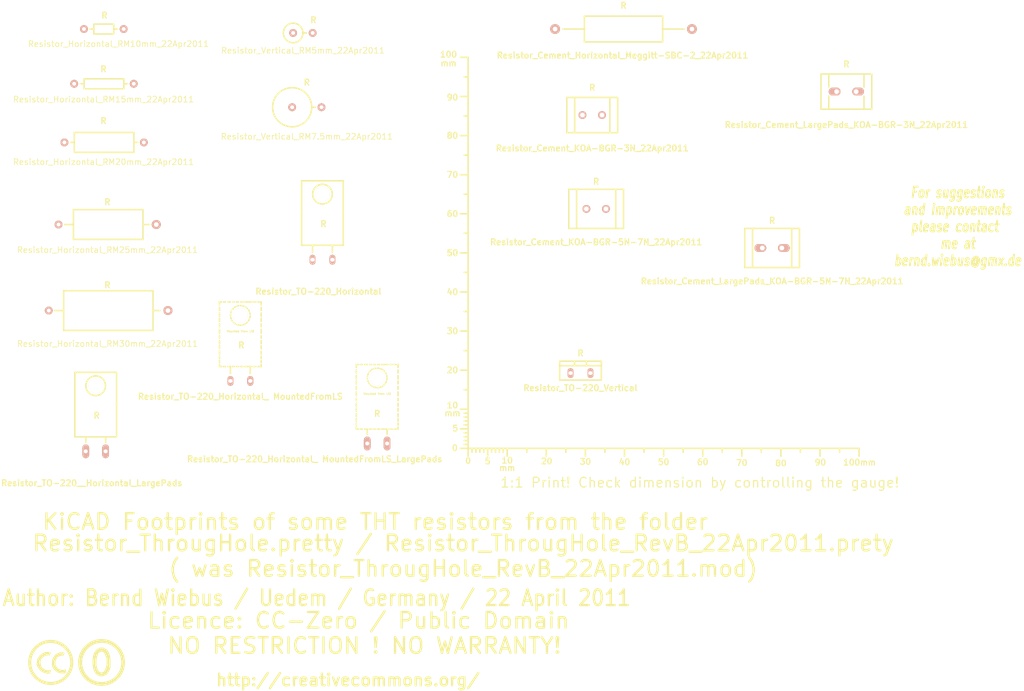
<source format=kicad_pcb>
(kicad_pcb (version 3) (host pcbnew "(2014-06-29 BZR 4957)-product")

  (general
    (links 0)
    (no_connects 0)
    (area -1.117818 18.72188 276.10494 195.4742)
    (thickness 1.6002)
    (drawings 8)
    (tracks 0)
    (zones 0)
    (modules 20)
    (nets 1)
  )

  (page A4)
  (layers
    (15 Vorderseite signal)
    (0 Rückseite signal)
    (16 B.Adhes user)
    (17 F.Adhes user)
    (18 B.Paste user)
    (19 F.Paste user)
    (20 B.SilkS user)
    (21 F.SilkS user)
    (22 B.Mask user)
    (23 F.Mask user)
    (24 Dwgs.User user)
    (25 Cmts.User user)
    (26 Eco1.User user)
    (27 Eco2.User user)
    (28 Edge.Cuts user)
  )

  (setup
    (last_trace_width 0.2032)
    (trace_clearance 0.254)
    (zone_clearance 0.508)
    (zone_45_only no)
    (trace_min 0.2032)
    (segment_width 0.381)
    (edge_width 0.381)
    (via_size 0.889)
    (via_drill 0.635)
    (via_min_size 0.889)
    (via_min_drill 0.508)
    (uvia_size 0.508)
    (uvia_drill 0.127)
    (uvias_allowed no)
    (uvia_min_size 0.508)
    (uvia_min_drill 0.127)
    (pcb_text_width 0.3048)
    (pcb_text_size 1.524 2.032)
    (mod_edge_width 0.381)
    (mod_text_size 1.524 1.524)
    (mod_text_width 0.3048)
    (pad_size 1.99898 1.99898)
    (pad_drill 1.00076)
    (pad_to_mask_clearance 0.254)
    (aux_axis_origin 0 0)
    (visible_elements 7FFFFFFF)
    (pcbplotparams
      (layerselection 3178497)
      (usegerberextensions true)
      (excludeedgelayer true)
      (linewidth 0.150000)
      (plotframeref false)
      (viasonmask false)
      (mode 1)
      (useauxorigin false)
      (hpglpennumber 1)
      (hpglpenspeed 20)
      (hpglpendiameter 15)
      (hpglpenoverlay 0)
      (psnegative false)
      (psa4output false)
      (plotreference true)
      (plotvalue true)
      (plotinvisibletext false)
      (padsonsilk false)
      (subtractmaskfromsilk false)
      (outputformat 1)
      (mirror false)
      (drillshape 1)
      (scaleselection 1)
      (outputdirectory ""))
  )

  (net 0 "")

  (net_class Default "Dies ist die voreingestellte Netzklasse."
    (clearance 0.254)
    (trace_width 0.2032)
    (via_dia 0.889)
    (via_drill 0.635)
    (uvia_dia 0.508)
    (uvia_drill 0.127)
  )

  (module Gauge_100mm_Type2_SilkScreenTop_RevA_Date22Jun2010 (layer Vorderseite) (tedit 51AE5268) (tstamp 4D88F07A)
    (at 134.25056 131.2494)
    (descr "Gauge, Massstab, 100mm, SilkScreenTop, Type 2,")
    (tags "Gauge, Massstab, 100mm, SilkScreenTop, Type 2,")
    (path Gauge_100mm_Type2_SilkScreenTop_RevA_Date22Jun2010)
    (fp_text reference MSC (at 4.0005 8.99922) (layer F.SilkS) hide
      (effects (font (thickness 0.3048)))
    )
    (fp_text value Gauge_100mm_Type2_SilkScreenTop_RevA_Date22Jun2010 (at 45.9994 8.99922) (layer F.SilkS) hide
      (effects (font (thickness 0.3048)))
    )
    (fp_text user mm (at 9.99998 5.00126) (layer F.SilkS)
      (effects (font (thickness 0.3048)))
    )
    (fp_text user mm (at -4.0005 -8.99922) (layer F.SilkS)
      (effects (font (thickness 0.3048)))
    )
    (fp_text user mm (at -5.00126 -98.5012) (layer F.SilkS)
      (effects (font (thickness 0.3048)))
    )
    (fp_text user 10 (at 10.00506 3.0988) (layer F.SilkS)
      (effects (font (size 1.50114 1.50114) (thickness 0.29972)))
    )
    (fp_text user 0 (at 0.00508 3.19786) (layer F.SilkS)
      (effects (font (size 1.39954 1.50114) (thickness 0.29972)))
    )
    (fp_text user 5 (at 5.0038 3.29946) (layer F.SilkS)
      (effects (font (size 1.50114 1.50114) (thickness 0.29972)))
    )
    (fp_text user 20 (at 20.1041 3.29946) (layer F.SilkS)
      (effects (font (size 1.50114 1.50114) (thickness 0.29972)))
    )
    (fp_text user 30 (at 30.00502 3.39852) (layer F.SilkS)
      (effects (font (size 1.50114 1.50114) (thickness 0.29972)))
    )
    (fp_text user 40 (at 40.005 3.50012) (layer F.SilkS)
      (effects (font (size 1.50114 1.50114) (thickness 0.29972)))
    )
    (fp_text user 50 (at 50.00498 3.50012) (layer F.SilkS)
      (effects (font (size 1.50114 1.50114) (thickness 0.29972)))
    )
    (fp_text user 60 (at 60.00496 3.50012) (layer F.SilkS)
      (effects (font (size 1.50114 1.50114) (thickness 0.29972)))
    )
    (fp_text user 70 (at 70.00494 3.70078) (layer F.SilkS)
      (effects (font (size 1.50114 1.50114) (thickness 0.29972)))
    )
    (fp_text user 80 (at 80.00492 3.79984) (layer F.SilkS)
      (effects (font (size 1.50114 1.50114) (thickness 0.29972)))
    )
    (fp_text user 90 (at 90.1065 3.60172) (layer F.SilkS)
      (effects (font (size 1.50114 1.50114) (thickness 0.29972)))
    )
    (fp_text user 100mm (at 100.10648 3.60172) (layer F.SilkS)
      (effects (font (size 1.50114 1.50114) (thickness 0.29972)))
    )
    (fp_line (start 0 -8.99922) (end -1.00076 -8.99922) (layer F.SilkS) (width 0.381))
    (fp_line (start 0 -8.001) (end -1.00076 -8.001) (layer F.SilkS) (width 0.381))
    (fp_line (start 0 -7.00024) (end -1.00076 -7.00024) (layer F.SilkS) (width 0.381))
    (fp_line (start 0 -5.99948) (end -1.00076 -5.99948) (layer F.SilkS) (width 0.381))
    (fp_line (start 0 -4.0005) (end -1.00076 -4.0005) (layer F.SilkS) (width 0.381))
    (fp_line (start 0 -2.99974) (end -1.00076 -2.99974) (layer F.SilkS) (width 0.381))
    (fp_line (start 0 -1.99898) (end -1.00076 -1.99898) (layer F.SilkS) (width 0.381))
    (fp_line (start 0 -1.00076) (end -1.00076 -1.00076) (layer F.SilkS) (width 0.381))
    (fp_line (start 0 0) (end -1.99898 0) (layer F.SilkS) (width 0.381))
    (fp_line (start 0 -5.00126) (end -1.99898 -5.00126) (layer F.SilkS) (width 0.381))
    (fp_line (start 0 -9.99998) (end -1.99898 -9.99998) (layer F.SilkS) (width 0.381))
    (fp_line (start 0 -15.00124) (end -1.00076 -15.00124) (layer F.SilkS) (width 0.381))
    (fp_line (start 0 -19.99996) (end -1.99898 -19.99996) (layer F.SilkS) (width 0.381))
    (fp_line (start 0 -25.00122) (end -1.00076 -25.00122) (layer F.SilkS) (width 0.381))
    (fp_line (start 0 -29.99994) (end -1.99898 -29.99994) (layer F.SilkS) (width 0.381))
    (fp_line (start 0 -35.0012) (end -1.00076 -35.0012) (layer F.SilkS) (width 0.381))
    (fp_line (start 0 -39.99992) (end -1.99898 -39.99992) (layer F.SilkS) (width 0.381))
    (fp_line (start 0 -45.00118) (end -1.00076 -45.00118) (layer F.SilkS) (width 0.381))
    (fp_line (start 0 -49.9999) (end -1.99898 -49.9999) (layer F.SilkS) (width 0.381))
    (fp_line (start 0 -55.00116) (end -1.00076 -55.00116) (layer F.SilkS) (width 0.381))
    (fp_line (start 0 -59.99988) (end -1.99898 -59.99988) (layer F.SilkS) (width 0.381))
    (fp_line (start 0 -65.00114) (end -1.00076 -65.00114) (layer F.SilkS) (width 0.381))
    (fp_line (start 0 -69.99986) (end -1.99898 -69.99986) (layer F.SilkS) (width 0.381))
    (fp_line (start 0 -75.00112) (end -1.00076 -75.00112) (layer F.SilkS) (width 0.381))
    (fp_line (start 0 -79.99984) (end -1.99898 -79.99984) (layer F.SilkS) (width 0.381))
    (fp_line (start 0 -85.0011) (end -1.00076 -85.0011) (layer F.SilkS) (width 0.381))
    (fp_line (start 0 -89.99982) (end -1.99898 -89.99982) (layer F.SilkS) (width 0.381))
    (fp_line (start 0 -95.00108) (end -1.00076 -95.00108) (layer F.SilkS) (width 0.381))
    (fp_line (start 0 0) (end 0 -99.9998) (layer F.SilkS) (width 0.381))
    (fp_line (start 0 -99.9998) (end -1.99898 -99.9998) (layer F.SilkS) (width 0.381))
    (fp_text user 100 (at -4.99872 -100.7491) (layer F.SilkS)
      (effects (font (size 1.50114 1.50114) (thickness 0.29972)))
    )
    (fp_text user 90 (at -4.0005 -89.7509) (layer F.SilkS)
      (effects (font (size 1.50114 1.50114) (thickness 0.29972)))
    )
    (fp_text user 80 (at -4.0005 -79.99984) (layer F.SilkS)
      (effects (font (size 1.50114 1.50114) (thickness 0.29972)))
    )
    (fp_text user 70 (at -4.0005 -69.99986) (layer F.SilkS)
      (effects (font (size 1.50114 1.50114) (thickness 0.29972)))
    )
    (fp_text user 60 (at -4.0005 -59.99988) (layer F.SilkS)
      (effects (font (size 1.50114 1.50114) (thickness 0.29972)))
    )
    (fp_text user 50 (at -4.0005 -49.9999) (layer F.SilkS)
      (effects (font (size 1.50114 1.50114) (thickness 0.34036)))
    )
    (fp_text user 40 (at -4.0005 -39.99992) (layer F.SilkS)
      (effects (font (size 1.50114 1.50114) (thickness 0.29972)))
    )
    (fp_text user 30 (at -4.0005 -29.99994) (layer F.SilkS)
      (effects (font (size 1.50114 1.50114) (thickness 0.29972)))
    )
    (fp_text user 20 (at -4.0005 -19.99996) (layer F.SilkS)
      (effects (font (size 1.50114 1.50114) (thickness 0.29972)))
    )
    (fp_line (start 95.00108 0) (end 95.00108 1.00076) (layer F.SilkS) (width 0.381))
    (fp_line (start 89.99982 0) (end 89.99982 1.99898) (layer F.SilkS) (width 0.381))
    (fp_line (start 85.0011 0) (end 85.0011 1.00076) (layer F.SilkS) (width 0.381))
    (fp_line (start 79.99984 0) (end 79.99984 1.99898) (layer F.SilkS) (width 0.381))
    (fp_line (start 75.00112 0) (end 75.00112 1.00076) (layer F.SilkS) (width 0.381))
    (fp_line (start 69.99986 0) (end 69.99986 1.99898) (layer F.SilkS) (width 0.381))
    (fp_line (start 65.00114 0) (end 65.00114 1.00076) (layer F.SilkS) (width 0.381))
    (fp_line (start 59.99988 0) (end 59.99988 1.99898) (layer F.SilkS) (width 0.381))
    (fp_line (start 55.00116 0) (end 55.00116 1.00076) (layer F.SilkS) (width 0.381))
    (fp_line (start 49.9999 0) (end 49.9999 1.99898) (layer F.SilkS) (width 0.381))
    (fp_line (start 45.00118 0) (end 45.00118 1.00076) (layer F.SilkS) (width 0.381))
    (fp_line (start 39.99992 0) (end 39.99992 1.99898) (layer F.SilkS) (width 0.381))
    (fp_line (start 35.0012 0) (end 35.0012 1.00076) (layer F.SilkS) (width 0.381))
    (fp_line (start 29.99994 0) (end 29.99994 1.99898) (layer F.SilkS) (width 0.381))
    (fp_line (start 25.00122 0) (end 25.00122 1.00076) (layer F.SilkS) (width 0.381))
    (fp_line (start 19.99996 0) (end 19.99996 1.99898) (layer F.SilkS) (width 0.381))
    (fp_line (start 15.00124 0) (end 15.00124 1.00076) (layer F.SilkS) (width 0.381))
    (fp_line (start 9.99998 0) (end 99.9998 0) (layer F.SilkS) (width 0.381))
    (fp_line (start 99.9998 0) (end 99.9998 1.99898) (layer F.SilkS) (width 0.381))
    (fp_text user 5 (at -3.302 -5.10286) (layer F.SilkS)
      (effects (font (size 1.50114 1.50114) (thickness 0.29972)))
    )
    (fp_text user 0 (at -3.4036 -0.10414) (layer F.SilkS)
      (effects (font (size 1.50114 1.50114) (thickness 0.29972)))
    )
    (fp_text user 10 (at -4.0005 -11.00074) (layer F.SilkS)
      (effects (font (size 1.50114 1.50114) (thickness 0.29972)))
    )
    (fp_line (start 8.99922 0) (end 8.99922 1.00076) (layer F.SilkS) (width 0.381))
    (fp_line (start 8.001 0) (end 8.001 1.00076) (layer F.SilkS) (width 0.381))
    (fp_line (start 7.00024 0) (end 7.00024 1.00076) (layer F.SilkS) (width 0.381))
    (fp_line (start 5.99948 0) (end 5.99948 1.00076) (layer F.SilkS) (width 0.381))
    (fp_line (start 4.0005 0) (end 4.0005 1.00076) (layer F.SilkS) (width 0.381))
    (fp_line (start 2.99974 0) (end 2.99974 1.00076) (layer F.SilkS) (width 0.381))
    (fp_line (start 1.99898 0) (end 1.99898 1.00076) (layer F.SilkS) (width 0.381))
    (fp_line (start 1.00076 0) (end 1.00076 1.00076) (layer F.SilkS) (width 0.381))
    (fp_line (start 5.00126 0) (end 5.00126 1.99898) (layer F.SilkS) (width 0.381))
    (fp_line (start 0 0) (end 0 1.99898) (layer F.SilkS) (width 0.381))
    (fp_line (start 0 0) (end 9.99998 0) (layer F.SilkS) (width 0.381))
    (fp_line (start 9.99998 0) (end 9.99998 1.99898) (layer F.SilkS) (width 0.381))
  )

  (module Symbol_CC-PublicDomain_SilkScreenTop_Big (layer Vorderseite) (tedit 515D641F) (tstamp 515F0B64)
    (at 40.5 186)
    (descr "Symbol, CC-PublicDomain, SilkScreen Top, Big,")
    (tags "Symbol, CC-PublicDomain, SilkScreen Top, Big,")
    (path Symbol_CC-Noncommercial_CopperTop_Big)
    (fp_text reference Sym (at 0.59944 -7.29996) (layer F.SilkS) hide
      (effects (font (thickness 0.3048)))
    )
    (fp_text value Symbol_CC-PublicDomain_SilkScreenTop_Big (at 0.59944 8.001) (layer F.SilkS) hide
      (effects (font (thickness 0.3048)))
    )
    (fp_circle (center 0 0) (end 5.8 -0.05) (layer F.SilkS) (width 0.381))
    (fp_circle (center 0 0) (end 5.5 0) (layer F.SilkS) (width 0.381))
    (fp_circle (center 0.05 0) (end 5.25 0) (layer F.SilkS) (width 0.381))
    (fp_line (start 1.1 -2.5) (end 1.4 -1.9) (layer F.SilkS) (width 0.381))
    (fp_line (start -1.8 1.2) (end -1.6 1.9) (layer F.SilkS) (width 0.381))
    (fp_line (start -1.6 1.9) (end -1.2 2.5) (layer F.SilkS) (width 0.381))
    (fp_line (start 0 -3) (end 0.75 -2.75) (layer F.SilkS) (width 0.381))
    (fp_line (start 0.75 -2.75) (end 1 -2.25) (layer F.SilkS) (width 0.381))
    (fp_line (start 1 -2.25) (end 1.5 -1) (layer F.SilkS) (width 0.381))
    (fp_line (start 1.5 -1) (end 1.5 -0.5) (layer F.SilkS) (width 0.381))
    (fp_line (start 1.5 -0.5) (end 1.5 0.5) (layer F.SilkS) (width 0.381))
    (fp_line (start 1.5 0.5) (end 1.25 1.5) (layer F.SilkS) (width 0.381))
    (fp_line (start 1.25 1.5) (end 0.75 2.5) (layer F.SilkS) (width 0.381))
    (fp_line (start 0.75 2.5) (end 0.25 2.75) (layer F.SilkS) (width 0.381))
    (fp_line (start 0.25 2.75) (end -0.25 2.75) (layer F.SilkS) (width 0.381))
    (fp_line (start -0.25 2.75) (end -0.75 2.5) (layer F.SilkS) (width 0.381))
    (fp_line (start -0.75 2.5) (end -1.25 1.75) (layer F.SilkS) (width 0.381))
    (fp_line (start -1.25 1.75) (end -1.5 0.75) (layer F.SilkS) (width 0.381))
    (fp_line (start -1.5 0.75) (end -1.5 -0.75) (layer F.SilkS) (width 0.381))
    (fp_line (start -1.5 -0.75) (end -1.25 -1.75) (layer F.SilkS) (width 0.381))
    (fp_line (start -1.25 -1.75) (end -1 -2.5) (layer F.SilkS) (width 0.381))
    (fp_line (start -1 -2.5) (end -0.3 -2.9) (layer F.SilkS) (width 0.381))
    (fp_line (start -0.3 -2.9) (end 0.2 -3) (layer F.SilkS) (width 0.381))
    (fp_line (start 0.2 -3) (end 0.8 -3) (layer F.SilkS) (width 0.381))
    (fp_line (start 0.8 -3) (end 1.4 -2.3) (layer F.SilkS) (width 0.381))
    (fp_line (start 1.4 -2.3) (end 1.6 -1.4) (layer F.SilkS) (width 0.381))
    (fp_line (start 1.6 -1.4) (end 1.7 -0.3) (layer F.SilkS) (width 0.381))
    (fp_line (start 1.7 -0.3) (end 1.7 0.9) (layer F.SilkS) (width 0.381))
    (fp_line (start 1.7 0.9) (end 1.4 1.8) (layer F.SilkS) (width 0.381))
    (fp_line (start 1.4 1.8) (end 1 2.7) (layer F.SilkS) (width 0.381))
    (fp_line (start 1 2.7) (end 0.5 3) (layer F.SilkS) (width 0.381))
    (fp_line (start 0.5 3) (end -0.4 3) (layer F.SilkS) (width 0.381))
    (fp_line (start -0.4 3) (end -1.3 2.3) (layer F.SilkS) (width 0.381))
    (fp_line (start -1.3 2.3) (end -1.7 1) (layer F.SilkS) (width 0.381))
    (fp_line (start -1.7 1) (end -1.8 -0.7) (layer F.SilkS) (width 0.381))
    (fp_line (start -1.8 -0.7) (end -1.4 -2.2) (layer F.SilkS) (width 0.381))
    (fp_line (start -1.4 -2.2) (end -1 -2.9) (layer F.SilkS) (width 0.381))
    (fp_line (start -1 -2.9) (end -0.2 -3.3) (layer F.SilkS) (width 0.381))
    (fp_line (start -0.2 -3.3) (end 0.7 -3.2) (layer F.SilkS) (width 0.381))
    (fp_line (start 0.7 -3.2) (end 1.3 -3.1) (layer F.SilkS) (width 0.381))
    (fp_line (start 1.3 -3.1) (end 1.7 -2.4) (layer F.SilkS) (width 0.381))
    (fp_line (start 1.7 -2.4) (end 2 -1.6) (layer F.SilkS) (width 0.381))
    (fp_line (start 2 -1.6) (end 2.1 -0.6) (layer F.SilkS) (width 0.381))
    (fp_line (start 2.1 -0.6) (end 2.1 0.3) (layer F.SilkS) (width 0.381))
    (fp_line (start 2.1 0.3) (end 2.1 1.3) (layer F.SilkS) (width 0.381))
    (fp_line (start 2.1 1.3) (end 1.9 1.8) (layer F.SilkS) (width 0.381))
    (fp_line (start 1.9 1.8) (end 1.5 2.6) (layer F.SilkS) (width 0.381))
    (fp_line (start 1.5 2.6) (end 1.1 3) (layer F.SilkS) (width 0.381))
    (fp_line (start 1.1 3) (end 0.4 3.3) (layer F.SilkS) (width 0.381))
    (fp_line (start 0.4 3.3) (end -0.1 3.4) (layer F.SilkS) (width 0.381))
    (fp_line (start -0.1 3.4) (end -0.8 3.2) (layer F.SilkS) (width 0.381))
    (fp_line (start -0.8 3.2) (end -1.5 2.6) (layer F.SilkS) (width 0.381))
    (fp_line (start -1.5 2.6) (end -1.9 1.7) (layer F.SilkS) (width 0.381))
    (fp_line (start -1.9 1.7) (end -2.1 0.4) (layer F.SilkS) (width 0.381))
    (fp_line (start -2.1 0.4) (end -2.1 -0.6) (layer F.SilkS) (width 0.381))
    (fp_line (start -2.1 -0.6) (end -2 -1.6) (layer F.SilkS) (width 0.381))
    (fp_line (start -2 -1.6) (end -1.7 -2.4) (layer F.SilkS) (width 0.381))
    (fp_line (start -1.7 -2.4) (end -1.2 -3.1) (layer F.SilkS) (width 0.381))
    (fp_line (start -1.2 -3.1) (end -0.4 -3.6) (layer F.SilkS) (width 0.381))
    (fp_line (start -0.4 -3.6) (end 0.4 -3.6) (layer F.SilkS) (width 0.381))
    (fp_line (start 0.4 -3.6) (end 1.1 -3.2) (layer F.SilkS) (width 0.381))
    (fp_line (start 1.1 -3.2) (end 1.1 -2.9) (layer F.SilkS) (width 0.381))
    (fp_line (start 1.1 -2.9) (end 1.8 -1.5) (layer F.SilkS) (width 0.381))
    (fp_line (start 1.8 -1.5) (end 1.8 -0.4) (layer F.SilkS) (width 0.381))
    (fp_line (start 1.8 -0.4) (end 1.8 1.1) (layer F.SilkS) (width 0.381))
    (fp_line (start 1.8 1.1) (end 1.2 2.6) (layer F.SilkS) (width 0.381))
    (fp_line (start 1.2 2.6) (end 0.2 3.2) (layer F.SilkS) (width 0.381))
    (fp_line (start 0.2 3.2) (end -0.5 3.2) (layer F.SilkS) (width 0.381))
    (fp_line (start -0.5 3.2) (end -1.1 2.7) (layer F.SilkS) (width 0.381))
    (fp_line (start -1.1 2.7) (end -1.9 0.6) (layer F.SilkS) (width 0.381))
    (fp_line (start -1.9 0.6) (end -1.7 -1.9) (layer F.SilkS) (width 0.381))
  )

  (module Symbol_CreativeCommons_SilkScreenTop_Type2_Big (layer Vorderseite) (tedit 515D640C) (tstamp 515D6AF0)
    (at 27.5 186)
    (descr "Symbol, Creative Commons, SilkScreen Top, Type 2, Big,")
    (tags "Symbol, Creative Commons, SilkScreen Top, Type 2, Big,")
    (path Symbol_CreativeCommons_CopperTop_Type2_Big)
    (fp_text reference Sym (at 0.59944 -7.29996) (layer F.SilkS) hide
      (effects (font (thickness 0.3048)))
    )
    (fp_text value Symbol_CreativeCommons_Typ2_SilkScreenTop_Big (at 0.59944 8.001) (layer F.SilkS) hide
      (effects (font (thickness 0.3048)))
    )
    (fp_line (start -0.70104 2.70002) (end -0.29972 2.60096) (layer F.SilkS) (width 0.381))
    (fp_line (start -0.29972 2.60096) (end -0.20066 2.10058) (layer F.SilkS) (width 0.381))
    (fp_line (start -2.49936 -1.69926) (end -2.70002 -1.6002) (layer F.SilkS) (width 0.381))
    (fp_line (start -2.70002 -1.6002) (end -3.0988 -1.00076) (layer F.SilkS) (width 0.381))
    (fp_line (start -3.0988 -1.00076) (end -3.29946 -0.50038) (layer F.SilkS) (width 0.381))
    (fp_line (start -3.29946 -0.50038) (end -3.40106 0.39878) (layer F.SilkS) (width 0.381))
    (fp_line (start -3.40106 0.39878) (end -3.29946 0.89916) (layer F.SilkS) (width 0.381))
    (fp_line (start -0.19812 2.4003) (end -0.29718 2.59842) (layer F.SilkS) (width 0.381))
    (fp_line (start 3.70078 2.10058) (end 3.79984 2.4003) (layer F.SilkS) (width 0.381))
    (fp_line (start 2.99974 -2.4003) (end 3.29946 -2.30124) (layer F.SilkS) (width 0.381))
    (fp_line (start 3.29946 -2.30124) (end 3.0988 -1.99898) (layer F.SilkS) (width 0.381))
    (fp_line (start 0 -5.40004) (end -0.50038 -5.40004) (layer F.SilkS) (width 0.381))
    (fp_line (start -0.50038 -5.40004) (end -1.30048 -5.10032) (layer F.SilkS) (width 0.381))
    (fp_line (start -1.30048 -5.10032) (end -1.99898 -4.89966) (layer F.SilkS) (width 0.381))
    (fp_line (start -1.99898 -4.89966) (end -2.70002 -4.699) (layer F.SilkS) (width 0.381))
    (fp_line (start -2.70002 -4.699) (end -3.29946 -4.20116) (layer F.SilkS) (width 0.381))
    (fp_line (start -3.29946 -4.20116) (end -4.0005 -3.59918) (layer F.SilkS) (width 0.381))
    (fp_line (start -4.0005 -3.59918) (end -4.50088 -2.99974) (layer F.SilkS) (width 0.381))
    (fp_line (start -4.50088 -2.99974) (end -5.00126 -2.10058) (layer F.SilkS) (width 0.381))
    (fp_line (start -5.00126 -2.10058) (end -5.30098 -1.09982) (layer F.SilkS) (width 0.381))
    (fp_line (start -5.30098 -1.09982) (end -5.40004 0.09906) (layer F.SilkS) (width 0.381))
    (fp_line (start -5.40004 0.09906) (end -5.19938 1.30048) (layer F.SilkS) (width 0.381))
    (fp_line (start -5.19938 1.30048) (end -4.8006 2.4003) (layer F.SilkS) (width 0.381))
    (fp_line (start -4.8006 2.4003) (end -3.79984 3.8989) (layer F.SilkS) (width 0.381))
    (fp_line (start -3.79984 3.8989) (end -2.60096 4.8006) (layer F.SilkS) (width 0.381))
    (fp_line (start -2.60096 4.8006) (end -1.30048 5.30098) (layer F.SilkS) (width 0.381))
    (fp_line (start -1.30048 5.30098) (end 0.09906 5.30098) (layer F.SilkS) (width 0.381))
    (fp_line (start 0.09906 5.30098) (end 1.6002 5.19938) (layer F.SilkS) (width 0.381))
    (fp_line (start 1.6002 5.19938) (end 2.60096 4.699) (layer F.SilkS) (width 0.381))
    (fp_line (start 2.60096 4.699) (end 4.20116 3.40106) (layer F.SilkS) (width 0.381))
    (fp_line (start 4.20116 3.40106) (end 5.00126 1.80086) (layer F.SilkS) (width 0.381))
    (fp_line (start 5.00126 1.80086) (end 5.40004 0.29972) (layer F.SilkS) (width 0.381))
    (fp_line (start 5.40004 0.29972) (end 5.19938 -1.39954) (layer F.SilkS) (width 0.381))
    (fp_line (start 5.19938 -1.39954) (end 4.699 -2.49936) (layer F.SilkS) (width 0.381))
    (fp_line (start 4.699 -2.49936) (end 3.40106 -4.09956) (layer F.SilkS) (width 0.381))
    (fp_line (start 3.40106 -4.09956) (end 2.4003 -4.8006) (layer F.SilkS) (width 0.381))
    (fp_line (start 2.4003 -4.8006) (end 1.39954 -5.19938) (layer F.SilkS) (width 0.381))
    (fp_line (start 1.39954 -5.19938) (end 0 -5.30098) (layer F.SilkS) (width 0.381))
    (fp_line (start 0.60198 -0.70104) (end 0.50292 -0.20066) (layer F.SilkS) (width 0.381))
    (fp_line (start 0.50292 -0.20066) (end 0.50292 0.49784) (layer F.SilkS) (width 0.381))
    (fp_line (start 0.50292 0.49784) (end 0.60198 1.09982) (layer F.SilkS) (width 0.381))
    (fp_line (start 0.60198 1.09982) (end 1.00076 1.69926) (layer F.SilkS) (width 0.381))
    (fp_line (start 1.00076 1.69926) (end 1.50114 2.19964) (layer F.SilkS) (width 0.381))
    (fp_line (start 1.50114 2.19964) (end 2.10058 2.49936) (layer F.SilkS) (width 0.381))
    (fp_line (start 2.10058 2.49936) (end 2.60096 2.59842) (layer F.SilkS) (width 0.381))
    (fp_line (start 2.60096 2.59842) (end 3.00228 2.59842) (layer F.SilkS) (width 0.381))
    (fp_line (start 3.00228 2.59842) (end 3.40106 2.59842) (layer F.SilkS) (width 0.381))
    (fp_line (start 3.40106 2.59842) (end 3.80238 2.49936) (layer F.SilkS) (width 0.381))
    (fp_line (start 3.80238 2.49936) (end 3.70078 2.2987) (layer F.SilkS) (width 0.381))
    (fp_line (start 3.70078 2.2987) (end 2.80162 2.4003) (layer F.SilkS) (width 0.381))
    (fp_line (start 2.80162 2.4003) (end 1.80086 2.09804) (layer F.SilkS) (width 0.381))
    (fp_line (start 1.80086 2.09804) (end 1.20142 1.6002) (layer F.SilkS) (width 0.381))
    (fp_line (start 1.20142 1.6002) (end 0.80264 0.6985) (layer F.SilkS) (width 0.381))
    (fp_line (start 0.80264 0.6985) (end 0.70104 -0.29972) (layer F.SilkS) (width 0.381))
    (fp_line (start 0.70104 -0.29972) (end 1.00076 -1.00076) (layer F.SilkS) (width 0.381))
    (fp_line (start 1.00076 -1.00076) (end 1.60274 -1.7018) (layer F.SilkS) (width 0.381))
    (fp_line (start 1.60274 -1.7018) (end 2.30124 -2.10058) (layer F.SilkS) (width 0.381))
    (fp_line (start 2.30124 -2.10058) (end 3.00228 -2.10058) (layer F.SilkS) (width 0.381))
    (fp_line (start 3.00228 -2.10058) (end 3.10134 -1.89992) (layer F.SilkS) (width 0.381))
    (fp_line (start 3.10134 -1.89992) (end 2.5019 -1.89992) (layer F.SilkS) (width 0.381))
    (fp_line (start 2.5019 -1.89992) (end 1.80086 -1.6002) (layer F.SilkS) (width 0.381))
    (fp_line (start 1.80086 -1.6002) (end 1.30048 -1.00076) (layer F.SilkS) (width 0.381))
    (fp_line (start 1.30048 -1.00076) (end 1.00076 -0.40132) (layer F.SilkS) (width 0.381))
    (fp_line (start 1.00076 -0.40132) (end 1.00076 0.09906) (layer F.SilkS) (width 0.381))
    (fp_line (start 1.00076 0.09906) (end 1.00076 0.6985) (layer F.SilkS) (width 0.381))
    (fp_line (start 1.00076 0.6985) (end 1.30048 1.19888) (layer F.SilkS) (width 0.381))
    (fp_line (start 1.30048 1.19888) (end 1.7018 1.69926) (layer F.SilkS) (width 0.381))
    (fp_line (start 1.7018 1.69926) (end 2.30124 1.99898) (layer F.SilkS) (width 0.381))
    (fp_line (start 2.30124 1.99898) (end 2.90068 2.09804) (layer F.SilkS) (width 0.381))
    (fp_line (start 2.90068 2.09804) (end 3.40106 2.09804) (layer F.SilkS) (width 0.381))
    (fp_line (start 3.40106 2.09804) (end 3.70078 1.99898) (layer F.SilkS) (width 0.381))
    (fp_line (start 3.00228 -2.4003) (end 2.40284 -2.4003) (layer F.SilkS) (width 0.381))
    (fp_line (start 2.40284 -2.4003) (end 2.00152 -2.20218) (layer F.SilkS) (width 0.381))
    (fp_line (start 2.00152 -2.20218) (end 1.50114 -2.00152) (layer F.SilkS) (width 0.381))
    (fp_line (start 1.50114 -2.00152) (end 1.10236 -1.6002) (layer F.SilkS) (width 0.381))
    (fp_line (start 1.10236 -1.6002) (end 0.80264 -1.09982) (layer F.SilkS) (width 0.381))
    (fp_line (start 0.80264 -1.09982) (end 0.60198 -0.70104) (layer F.SilkS) (width 0.381))
    (fp_line (start -0.39878 -1.99898) (end -0.89916 -1.99898) (layer F.SilkS) (width 0.381))
    (fp_line (start -0.89916 -1.99898) (end -1.39954 -1.89738) (layer F.SilkS) (width 0.381))
    (fp_line (start -1.39954 -1.89738) (end -1.89992 -1.59766) (layer F.SilkS) (width 0.381))
    (fp_line (start -1.89992 -1.59766) (end -2.4003 -1.19888) (layer F.SilkS) (width 0.381))
    (fp_line (start -2.4003 -1.30048) (end -2.70002 -0.8001) (layer F.SilkS) (width 0.381))
    (fp_line (start -2.70002 -0.8001) (end -2.79908 -0.29972) (layer F.SilkS) (width 0.381))
    (fp_line (start -2.79908 -0.29972) (end -2.79908 0.20066) (layer F.SilkS) (width 0.381))
    (fp_line (start -2.79908 0.20066) (end -2.59842 1.00076) (layer F.SilkS) (width 0.381))
    (fp_line (start -2.69748 1.00076) (end -2.39776 1.39954) (layer F.SilkS) (width 0.381))
    (fp_line (start -2.29616 1.4986) (end -1.79578 1.89992) (layer F.SilkS) (width 0.381))
    (fp_line (start -1.79578 1.89992) (end -1.29794 2.09804) (layer F.SilkS) (width 0.381))
    (fp_line (start -1.29794 2.09804) (end -0.89662 2.19964) (layer F.SilkS) (width 0.381))
    (fp_line (start -0.89662 2.19964) (end -0.49784 2.19964) (layer F.SilkS) (width 0.381))
    (fp_line (start -0.49784 2.19964) (end -0.19812 2.09804) (layer F.SilkS) (width 0.381))
    (fp_line (start -0.19812 2.09804) (end -0.29718 2.4003) (layer F.SilkS) (width 0.381))
    (fp_line (start -0.29718 2.4003) (end -0.89662 2.49936) (layer F.SilkS) (width 0.381))
    (fp_line (start -0.89662 2.49936) (end -1.59766 2.2987) (layer F.SilkS) (width 0.381))
    (fp_line (start -1.59766 2.2987) (end -2.29616 1.79832) (layer F.SilkS) (width 0.381))
    (fp_line (start -2.29616 1.79832) (end -2.79654 1.29794) (layer F.SilkS) (width 0.381))
    (fp_line (start -2.79908 1.39954) (end -2.99974 0.70104) (layer F.SilkS) (width 0.381))
    (fp_line (start -2.99974 0.70104) (end -3.0988 0) (layer F.SilkS) (width 0.381))
    (fp_line (start -3.0988 0) (end -2.99974 -0.59944) (layer F.SilkS) (width 0.381))
    (fp_line (start -2.99974 -0.8001) (end -2.70002 -1.30048) (layer F.SilkS) (width 0.381))
    (fp_line (start -2.70002 -1.09982) (end -2.19964 -1.6002) (layer F.SilkS) (width 0.381))
    (fp_line (start -2.19964 -1.69926) (end -1.69926 -1.99898) (layer F.SilkS) (width 0.381))
    (fp_line (start -1.69926 -1.99898) (end -1.19888 -2.19964) (layer F.SilkS) (width 0.381))
    (fp_line (start -1.19888 -2.19964) (end -0.6985 -2.19964) (layer F.SilkS) (width 0.381))
    (fp_line (start -0.6985 -2.19964) (end -0.29972 -2.19964) (layer F.SilkS) (width 0.381))
    (fp_line (start -0.29972 -2.19964) (end -0.20066 -2.39776) (layer F.SilkS) (width 0.381))
    (fp_line (start -0.20066 -2.39776) (end -0.59944 -2.49936) (layer F.SilkS) (width 0.381))
    (fp_line (start -0.59944 -2.49936) (end -1.00076 -2.49936) (layer F.SilkS) (width 0.381))
    (fp_line (start -1.00076 -2.49936) (end -1.4986 -2.39776) (layer F.SilkS) (width 0.381))
    (fp_line (start -1.4986 -2.39776) (end -2.10058 -2.09804) (layer F.SilkS) (width 0.381))
    (fp_line (start -2.10058 -2.09804) (end -2.59842 -1.69926) (layer F.SilkS) (width 0.381))
    (fp_line (start -2.59842 -1.6002) (end -3.0988 -0.89916) (layer F.SilkS) (width 0.381))
    (fp_line (start -3.0988 -0.89916) (end -3.29946 -0.29972) (layer F.SilkS) (width 0.381))
    (fp_line (start -3.29946 -0.29972) (end -3.29946 0.40132) (layer F.SilkS) (width 0.381))
    (fp_line (start -3.29946 0.40132) (end -3.2004 1.00076) (layer F.SilkS) (width 0.381))
    (fp_line (start -3.29946 0.8001) (end -2.99974 1.39954) (layer F.SilkS) (width 0.381))
    (fp_line (start -2.89814 1.4986) (end -2.49682 1.99898) (layer F.SilkS) (width 0.381))
    (fp_line (start -2.49682 1.99898) (end -1.89738 2.4003) (layer F.SilkS) (width 0.381))
    (fp_line (start -1.89738 2.4003) (end -1.19634 2.59842) (layer F.SilkS) (width 0.381))
    (fp_line (start -1.19634 2.59842) (end -0.69596 2.70002) (layer F.SilkS) (width 0.381))
    (fp_line (start -2.9972 1.19888) (end -2.59842 1.19888) (layer F.SilkS) (width 0.381))
    (fp_circle (center 0 0) (end 5.08 1.016) (layer F.SilkS) (width 0.381))
    (fp_circle (center 0 0) (end 5.588 0) (layer F.SilkS) (width 0.381))
  )

  (module ResistorThrouhole:Resistor_Horizontal_RM10mm_22Apr2011 (layer Vorderseite) (tedit 53BC142C) (tstamp 53BC312F)
    (at 41 24)
    (descr "Resistor, Axial,  RM 10mm, 1/3W,")
    (tags "Resistor, Axial, RM 10mm, 1/3W,")
    (fp_text reference R (at 0.24892 -3.50012) (layer F.SilkS)
      (effects (font (thickness 0.3048)))
    )
    (fp_text value Resistor_Horizontal_RM10mm_22Apr2011 (at 3.81 3.81) (layer F.SilkS)
      (effects (font (size 1.50114 1.50114) (thickness 0.20066)))
    )
    (fp_line (start -2.46126 0) (end -3.47726 0) (layer F.SilkS) (width 0.381))
    (fp_line (start 2.61874 0) (end 3.63474 0) (layer F.SilkS) (width 0.381))
    (fp_line (start -2.46126 -1.27) (end 2.61874 -1.27) (layer F.SilkS) (width 0.381))
    (fp_line (start 2.61874 -1.27) (end 2.61874 1.27) (layer F.SilkS) (width 0.381))
    (fp_line (start 2.61874 1.27) (end -2.46126 1.27) (layer F.SilkS) (width 0.381))
    (fp_line (start -2.46126 1.27) (end -2.46126 -1.27) (layer F.SilkS) (width 0.381))
    (pad 1 thru_hole circle (at -5.00126 0) (size 1.99898 1.99898) (drill 1.00076) (layers *.Cu *.SilkS *.Mask))
    (pad 2 thru_hole circle (at 5.15874 0) (size 1.99898 1.99898) (drill 1.00076) (layers *.Cu *.SilkS *.Mask))
  )

  (module ResistorThrouhole:Resistor_Horizontal_RM15mm_22Apr2011 (layer Vorderseite) (tedit 53BC1439) (tstamp 53BC32AE)
    (at 41 38)
    (descr "Resistor, Axial, RM 15mm,")
    (tags "Resistor, Axial, RM 15mm,")
    (fp_text reference R (at 0 -3.74904) (layer F.SilkS)
      (effects (font (thickness 0.3048)))
    )
    (fp_text value Resistor_Horizontal_RM15mm_22Apr2011 (at 0 4.0005) (layer F.SilkS)
      (effects (font (size 1.50114 1.50114) (thickness 0.20066)))
    )
    (fp_line (start -4.96062 0) (end -5.97662 0) (layer F.SilkS) (width 0.381))
    (fp_line (start 5.19938 0) (end 6.21538 0) (layer F.SilkS) (width 0.381))
    (fp_line (start -4.96062 -1.27) (end 5.19938 -1.27) (layer F.SilkS) (width 0.381))
    (fp_line (start 5.19938 -1.27) (end 5.19938 1.27) (layer F.SilkS) (width 0.381))
    (fp_line (start 5.19938 1.27) (end -4.96062 1.27) (layer F.SilkS) (width 0.381))
    (fp_line (start -4.96062 1.27) (end -4.96062 -1.27) (layer F.SilkS) (width 0.381))
    (pad 1 thru_hole circle (at -7.50062 0) (size 1.99898 1.99898) (drill 1.00076) (layers *.Cu *.SilkS *.Mask))
    (pad 2 thru_hole circle (at 7.73938 0) (size 1.99898 1.99898) (drill 1.00076) (layers *.Cu *.SilkS F.Mask))
  )

  (module ResistorThrouhole:Resistor_Horizontal_RM20mm_22Apr2011 (layer Vorderseite) (tedit 53BC1444) (tstamp 53BC3424)
    (at 41 53)
    (descr "Resistor, Axial, RM 20mm,")
    (tags "Resistor, Axial, RM 20mm,")
    (path Resistor_Horizontal_RM20mm_22Apr2011)
    (fp_text reference R (at 0 -5.4991) (layer F.SilkS)
      (effects (font (thickness 0.3048)))
    )
    (fp_text value Resistor_Horizontal_RM20mm_22Apr2011 (at 0 5.00126) (layer F.SilkS)
      (effects (font (size 1.50114 1.50114) (thickness 0.20066)))
    )
    (fp_line (start -7.45998 0) (end -8.47598 0) (layer F.SilkS) (width 0.381))
    (fp_line (start 7.78002 0) (end 8.79602 0) (layer F.SilkS) (width 0.381))
    (fp_line (start -7.45998 -1.27) (end -7.45998 -2.54) (layer F.SilkS) (width 0.381))
    (fp_line (start -7.45998 -2.54) (end 7.78002 -2.54) (layer F.SilkS) (width 0.381))
    (fp_line (start 7.78002 -2.54) (end 7.78002 2.54) (layer F.SilkS) (width 0.381))
    (fp_line (start 7.78002 2.54) (end -7.45998 2.54) (layer F.SilkS) (width 0.381))
    (fp_line (start -7.45998 2.54) (end -7.45998 -1.27) (layer F.SilkS) (width 0.381))
    (pad 1 thru_hole circle (at -9.99998 0) (size 1.99898 1.99898) (drill 1.00076) (layers *.Cu *.SilkS *.Mask))
    (pad 2 thru_hole circle (at 10.32002 0) (size 1.99898 1.99898) (drill 1.00076) (layers *.Cu *.SilkS *.Mask))
  )

  (module ResistorThrouhole:Resistor_Horizontal_RM25mm_22Apr2011 (layer Vorderseite) (tedit 53BC144D) (tstamp 53BC359A)
    (at 42 74)
    (descr "Resistor, Axial, RM 25mm,")
    (tags "Resistor, Axial, RM 25mm,")
    (path Resistor_Horizontal_RM25mm_22Apr2011)
    (fp_text reference R (at 0 -5.75056) (layer F.SilkS)
      (effects (font (thickness 0.3048)))
    )
    (fp_text value Resistor_Horizontal_RM25mm_22Apr2011 (at 0 6.49986) (layer F.SilkS)
      (effects (font (size 1.50114 1.50114) (thickness 0.20066)))
    )
    (fp_line (start -8.94334 0) (end -10.97534 0) (layer F.SilkS) (width 0.381))
    (fp_line (start 9.34466 0) (end 10.86866 0) (layer F.SilkS) (width 0.381))
    (fp_line (start -8.68934 -3.81) (end -8.68934 3.81) (layer F.SilkS) (width 0.381))
    (fp_line (start -8.68934 3.81) (end 9.09066 3.81) (layer F.SilkS) (width 0.381))
    (fp_line (start 9.09066 3.81) (end 9.09066 -3.81) (layer F.SilkS) (width 0.381))
    (fp_line (start 9.09066 -3.81) (end -8.68934 -3.81) (layer F.SilkS) (width 0.381))
    (pad 1 thru_hole circle (at -12.49934 0) (size 1.99898 1.99898) (drill 1.00076) (layers *.Cu *.SilkS *.Mask))
    (pad 2 thru_hole circle (at 12.49934 0) (size 2.30124 2.30124) (drill 1.19888) (layers *.Cu *.SilkS *.Mask))
  )

  (module ResistorThrouhole:Resistor_Horizontal_RM30mm_22Apr2011 (layer Vorderseite) (tedit 53BC1459) (tstamp 53BC370E)
    (at 42 96)
    (descr "Resistor, Axial, RM 30mm,")
    (tags "Resistor, Axial, RM 30mm,")
    (fp_text reference R (at 0 -6.49986) (layer F.SilkS)
      (effects (font (thickness 0.3048)))
    )
    (fp_text value Resistor_Horizontal_RM30mm_22Apr2011 (at 0 8.49884) (layer F.SilkS)
      (effects (font (size 1.50114 1.50114) (thickness 0.20066)))
    )
    (fp_line (start -11.44524 0) (end -13.47724 0) (layer F.SilkS) (width 0.381))
    (fp_line (start 11.92276 0) (end 13.44676 0) (layer F.SilkS) (width 0.381))
    (fp_line (start -11.19124 -5.08) (end 11.66876 -5.08) (layer F.SilkS) (width 0.381))
    (fp_line (start 11.66876 -5.08) (end 11.66876 5.08) (layer F.SilkS) (width 0.381))
    (fp_line (start 11.66876 5.08) (end -11.19124 5.08) (layer F.SilkS) (width 0.381))
    (fp_line (start -11.19124 5.08) (end -11.19124 -5.08) (layer F.SilkS) (width 0.381))
    (pad 1 thru_hole circle (at -15.00124 0) (size 1.99898 1.99898) (drill 1.00076) (layers *.Cu *.SilkS *.Mask))
    (pad 2 thru_hole circle (at 15.47876 0) (size 2.30124 2.30124) (drill 1.19888) (layers *.Cu *.SilkS *.Mask))
  )

  (module ResistorThrouhole:Resistor_Vertical_RM5mm_22Apr2011 (layer Vorderseite) (tedit 53BC14A3) (tstamp 53BC3886)
    (at 92 25)
    (descr "Resistor, Vertical, RM 5mm, 1/3W,")
    (tags "Resistor, Vertical, RM 5mm, 1/3W,")
    (fp_text reference R (at 2.70002 -3.29946) (layer F.SilkS)
      (effects (font (thickness 0.3048)))
    )
    (fp_text value Resistor_Vertical_RM5mm_22Apr2011 (at 0 4.50088) (layer F.SilkS)
      (effects (font (size 1.50114 1.50114) (thickness 0.20066)))
    )
    (fp_line (start -0.09906 0) (end 0.9017 0) (layer F.SilkS) (width 0.381))
    (fp_circle (center -2.49936 0) (end 0 0) (layer F.SilkS) (width 0.381))
    (pad 1 thru_hole circle (at -2.49936 0) (size 1.99898 1.99898) (drill 1.00076) (layers *.Cu *.SilkS *.Mask))
    (pad 2 thru_hole circle (at 2.5019 0) (size 1.99898 1.99898) (drill 1.00076) (layers *.Cu *.SilkS *.Mask))
  )

  (module ResistorThrouhole:Resistor_Vertical_RM7.5mm_22Apr2011 (layer Vorderseite) (tedit 53BC148D) (tstamp 53BC39EA)
    (at 93 44)
    (descr "Resistor, Vertical, RM 7.5mm,")
    (tags "Resistor, Vertical, RM 7.5mm,")
    (fp_text reference R (at 0 -6.35) (layer F.SilkS)
      (effects (font (thickness 0.3048)))
    )
    (fp_text value Resistor_Vertical_RM7.5mm_22Apr2011 (at 0 7.50062) (layer F.SilkS)
      (effects (font (size 1.50114 1.50114) (thickness 0.20066)))
    )
    (fp_line (start 1.25222 0) (end 2.15138 0) (layer F.SilkS) (width 0.381))
    (fp_circle (center -3.74904 0) (end 1.25222 0) (layer F.SilkS) (width 0.381))
    (pad 1 thru_hole circle (at -3.74904 0) (size 1.99898 1.99898) (drill 1.00076) (layers *.Cu *.SilkS *.Mask))
    (pad 2 thru_hole circle (at 3.75158 0) (size 1.99898 1.99898) (drill 1.00076) (layers *.Cu *.SilkS *.Mask))
  )

  (module ResistorThrouhole:Resistor_TO-220_Horizontal (layer Vorderseite) (tedit 53BC1497) (tstamp 53BC3B65)
    (at 97 83)
    (descr "Resistor, TO-220, Horizontal,")
    (tags "Resistor, TO-220, Horizontal,")
    (fp_text reference R (at 0.254 -9.144) (layer F.SilkS)
      (effects (font (thickness 0.3048)))
    )
    (fp_text value Resistor_TO-220_Horizontal (at -1.016 8.128) (layer F.SilkS)
      (effects (font (thickness 0.3048)))
    )
    (fp_circle (center 0 -16.764) (end 1.778 -14.986) (layer F.SilkS) (width 0.381))
    (fp_line (start -2.54 -3.683) (end -2.54 -1.905) (layer F.SilkS) (width 0.381))
    (fp_line (start 2.54 -3.683) (end 2.54 -1.905) (layer F.SilkS) (width 0.381))
    (fp_line (start 5.334 -12.192) (end 5.334 -20.193) (layer F.SilkS) (width 0.381))
    (fp_line (start 5.334 -20.193) (end -5.334 -20.193) (layer F.SilkS) (width 0.381))
    (fp_line (start -5.334 -20.193) (end -5.334 -12.192) (layer F.SilkS) (width 0.381))
    (fp_line (start 5.334 -3.683) (end 5.334 -12.192) (layer F.SilkS) (width 0.381))
    (fp_line (start -5.334 -12.192) (end -5.334 -3.683) (layer F.SilkS) (width 0.381))
    (fp_line (start 0 -3.683) (end -5.334 -3.683) (layer F.SilkS) (width 0.381))
    (fp_line (start 0 -3.683) (end 5.334 -3.683) (layer F.SilkS) (width 0.381))
    (pad 1 thru_hole oval (at -2.54 0 90) (size 2.49936 1.50114) (drill 1.00076) (layers *.Cu *.SilkS *.Mask))
    (pad 2 thru_hole oval (at 2.54 0 90) (size 2.49936 1.50114) (drill 1.00076) (layers *.Cu *.SilkS *.Mask))
    (pad "" np_thru_hole circle (at 0 -16.764 90) (size 3.79984 3.79984) (drill 3.79984) (layers *.Cu *.Mask F.SilkS))
  )

  (module ResistorThrouhole:Resistor_TO-220_Horizontal_LargePads (layer Vorderseite) (tedit 53BC147A) (tstamp 53BC5327)
    (at 39 132)
    (descr "Resistor, TO-220, Horizontal, Large Pads,")
    (tags "Resistor, TO-220, Horizontal, Large Pads,")
    (fp_text reference R (at 0.254 -9.144) (layer F.SilkS)
      (effects (font (thickness 0.3048)))
    )
    (fp_text value Resistor_TO-220__Horizontal_LargePads (at -1.016 8.128) (layer F.SilkS)
      (effects (font (thickness 0.3048)))
    )
    (fp_line (start -2.54 -3.683) (end -2.54 -2.286) (layer F.SilkS) (width 0.381))
    (fp_line (start 2.54 -3.683) (end 2.54 -2.286) (layer F.SilkS) (width 0.381))
    (fp_circle (center 0 -16.764) (end 1.778 -14.986) (layer F.SilkS) (width 0.381))
    (fp_line (start 5.334 -12.192) (end 5.334 -20.193) (layer F.SilkS) (width 0.381))
    (fp_line (start 5.334 -20.193) (end -5.334 -20.193) (layer F.SilkS) (width 0.381))
    (fp_line (start -5.334 -20.193) (end -5.334 -12.192) (layer F.SilkS) (width 0.381))
    (fp_line (start 5.334 -3.683) (end 5.334 -12.192) (layer F.SilkS) (width 0.381))
    (fp_line (start -5.334 -12.192) (end -5.334 -3.683) (layer F.SilkS) (width 0.381))
    (fp_line (start 0 -3.683) (end -5.334 -3.683) (layer F.SilkS) (width 0.381))
    (fp_line (start 0 -3.683) (end 5.334 -3.683) (layer F.SilkS) (width 0.381))
    (pad 1 thru_hole oval (at -2.54 0 90) (size 3.50012 1.69926) (drill 1.00076) (layers *.Cu *.SilkS *.Mask))
    (pad 2 thru_hole oval (at 2.54 0 90) (size 3.50012 1.69926) (drill 1.00076) (layers *.Cu *.SilkS *.Mask))
    (pad "" np_thru_hole circle (at 0 -16.764 90) (size 3.79984 3.79984) (drill 3.79984) (layers *.Cu *.Mask F.SilkS))
  )

  (module ResistorThrouhole:Resistor_TO-220_Horizontal_MountedFromLS (layer Vorderseite) (tedit 53BC1461) (tstamp 53BC3EFE)
    (at 76 114)
    (descr "Resistor, TO-220, Horizontal, Mounted from LS,")
    (tags "Resistor, TO-220, Horizontal, Mounted from LS,")
    (fp_text reference R (at 0.254 -9.144) (layer F.SilkS)
      (effects (font (thickness 0.3048)))
    )
    (fp_text value "Resistor_TO-220_Horizontal_ MountedFromLS" (at 0 4.0005) (layer F.SilkS)
      (effects (font (thickness 0.3048)))
    )
    (fp_text user "Mounted from LS!" (at 0 -12.7) (layer F.SilkS)
      (effects (font (size 0.52324 0.52324) (thickness 0.13208)))
    )
    (fp_line (start -0.7874 -19.1516) (end -0.4572 -19.2278) (layer F.SilkS) (width 0.381))
    (fp_line (start -1.4986 -18.8214) (end -1.1684 -18.9992) (layer F.SilkS) (width 0.381))
    (fp_line (start -2.0574 -18.2372) (end -1.8034 -18.5166) (layer F.SilkS) (width 0.381))
    (fp_line (start -2.413 -17.526) (end -2.286 -17.8308) (layer F.SilkS) (width 0.381))
    (fp_line (start -2.5146 -16.6878) (end -2.4892 -17.0688) (layer F.SilkS) (width 0.381))
    (fp_line (start -2.3622 -15.9004) (end -2.4638 -16.2306) (layer F.SilkS) (width 0.381))
    (fp_line (start -1.9304 -15.1638) (end -2.1336 -15.4686) (layer F.SilkS) (width 0.381))
    (fp_line (start -1.3208 -14.6304) (end -1.6002 -14.8336) (layer F.SilkS) (width 0.381))
    (fp_line (start -0.4064 -14.3002) (end -0.889 -14.4272) (layer F.SilkS) (width 0.381))
    (fp_line (start 0.4064 -14.2748) (end 0 -14.2494) (layer F.SilkS) (width 0.381))
    (fp_line (start 1.2446 -14.5796) (end 0.8382 -14.4018) (layer F.SilkS) (width 0.381))
    (fp_line (start 1.8796 -15.113) (end 1.5748 -14.8082) (layer F.SilkS) (width 0.381))
    (fp_line (start 2.3368 -15.8242) (end 2.1336 -15.4432) (layer F.SilkS) (width 0.381))
    (fp_line (start 2.5146 -16.637) (end 2.4384 -16.2306) (layer F.SilkS) (width 0.381))
    (fp_line (start 2.4384 -17.399) (end 2.4638 -17.0688) (layer F.SilkS) (width 0.381))
    (fp_line (start 2.0828 -18.1864) (end 2.2606 -17.8562) (layer F.SilkS) (width 0.381))
    (fp_line (start 1.4986 -18.8214) (end 1.778 -18.542) (layer F.SilkS) (width 0.381))
    (fp_line (start 0.762 -19.1516) (end 1.1176 -18.9992) (layer F.SilkS) (width 0.381))
    (fp_line (start 0.0254 -19.2786) (end 0.3556 -19.2532) (layer F.SilkS) (width 0.381))
    (fp_line (start -5.334 -4.191) (end -5.334 -3.683) (layer F.SilkS) (width 0.381))
    (fp_line (start -5.334 -5.207) (end -5.334 -4.699) (layer F.SilkS) (width 0.381))
    (fp_line (start -5.334 -6.35) (end -5.334 -5.715) (layer F.SilkS) (width 0.381))
    (fp_line (start -5.334 -7.62) (end -5.334 -6.858) (layer F.SilkS) (width 0.381))
    (fp_line (start -5.334 -9.017) (end -5.334 -8.255) (layer F.SilkS) (width 0.381))
    (fp_line (start -5.334 -10.287) (end -5.334 -9.525) (layer F.SilkS) (width 0.381))
    (fp_line (start -5.334 -11.557) (end -5.334 -10.922) (layer F.SilkS) (width 0.381))
    (fp_line (start -5.334 -13.208) (end -5.334 -12.192) (layer F.SilkS) (width 0.381))
    (fp_line (start -5.334 -14.605) (end -5.334 -13.843) (layer F.SilkS) (width 0.381))
    (fp_line (start -5.334 -16.002) (end -5.334 -15.24) (layer F.SilkS) (width 0.381))
    (fp_line (start -5.334 -17.399) (end -5.334 -16.51) (layer F.SilkS) (width 0.381))
    (fp_line (start -5.334 -18.796) (end -5.334 -18.034) (layer F.SilkS) (width 0.381))
    (fp_line (start -5.334 -20.193) (end -5.334 -19.431) (layer F.SilkS) (width 0.381))
    (fp_line (start 5.334 -4.191) (end 5.334 -3.683) (layer F.SilkS) (width 0.381))
    (fp_line (start 5.334 -5.207) (end 5.334 -4.699) (layer F.SilkS) (width 0.381))
    (fp_line (start 5.334 -6.35) (end 5.334 -5.715) (layer F.SilkS) (width 0.381))
    (fp_line (start 5.334 -7.62) (end 5.334 -6.858) (layer F.SilkS) (width 0.381))
    (fp_line (start 5.334 -9.017) (end 5.334 -8.255) (layer F.SilkS) (width 0.381))
    (fp_line (start 5.334 -10.287) (end 5.334 -9.525) (layer F.SilkS) (width 0.381))
    (fp_line (start 5.334 -11.557) (end 5.334 -10.922) (layer F.SilkS) (width 0.381))
    (fp_line (start 5.334 -13.208) (end 5.334 -12.192) (layer F.SilkS) (width 0.381))
    (fp_line (start 5.334 -14.605) (end 5.334 -13.843) (layer F.SilkS) (width 0.381))
    (fp_line (start 5.334 -16.002) (end 5.334 -15.24) (layer F.SilkS) (width 0.381))
    (fp_line (start 5.334 -17.399) (end 5.334 -16.51) (layer F.SilkS) (width 0.381))
    (fp_line (start 5.334 -18.796) (end 5.334 -18.034) (layer F.SilkS) (width 0.381))
    (fp_line (start 5.334 -20.193) (end 5.334 -19.431) (layer F.SilkS) (width 0.381))
    (fp_line (start 5.08 -20.193) (end 5.334 -20.193) (layer F.SilkS) (width 0.381))
    (fp_line (start 4.318 -20.193) (end 4.699 -20.193) (layer F.SilkS) (width 0.381))
    (fp_line (start 3.302 -20.193) (end 3.81 -20.193) (layer F.SilkS) (width 0.381))
    (fp_line (start 2.159 -20.193) (end 2.794 -20.193) (layer F.SilkS) (width 0.381))
    (fp_line (start 1.143 -20.193) (end 1.778 -20.193) (layer F.SilkS) (width 0.381))
    (fp_line (start 0.127 -20.193) (end 0.635 -20.193) (layer F.SilkS) (width 0.381))
    (fp_line (start -1.016 -20.193) (end -0.508 -20.193) (layer F.SilkS) (width 0.381))
    (fp_line (start -1.905 -20.193) (end -1.524 -20.193) (layer F.SilkS) (width 0.381))
    (fp_line (start -3.175 -20.193) (end -2.54 -20.193) (layer F.SilkS) (width 0.381))
    (fp_line (start -4.318 -20.193) (end -3.81 -20.193) (layer F.SilkS) (width 0.381))
    (fp_line (start -5.334 -20.193) (end -4.826 -20.193) (layer F.SilkS) (width 0.381))
    (fp_line (start 5.08 -3.683) (end 5.334 -3.683) (layer F.SilkS) (width 0.381))
    (fp_line (start 4.318 -3.683) (end 4.699 -3.683) (layer F.SilkS) (width 0.381))
    (fp_line (start 3.302 -3.683) (end 3.81 -3.683) (layer F.SilkS) (width 0.381))
    (fp_line (start 2.159 -3.683) (end 2.794 -3.683) (layer F.SilkS) (width 0.381))
    (fp_line (start 1.143 -3.683) (end 1.778 -3.683) (layer F.SilkS) (width 0.381))
    (fp_line (start 0 -3.683) (end 0.635 -3.683) (layer F.SilkS) (width 0.381))
    (fp_line (start -1.016 -3.683) (end -0.508 -3.683) (layer F.SilkS) (width 0.381))
    (fp_line (start -2.032 -3.683) (end -1.524 -3.683) (layer F.SilkS) (width 0.381))
    (fp_line (start -3.175 -3.683) (end -2.54 -3.683) (layer F.SilkS) (width 0.381))
    (fp_line (start -4.318 -3.683) (end -3.81 -3.683) (layer F.SilkS) (width 0.381))
    (fp_line (start -5.334 -3.683) (end -4.826 -3.683) (layer F.SilkS) (width 0.381))
    (fp_line (start -2.54 -3.683) (end -2.54 -1.905) (layer F.SilkS) (width 0.381))
    (fp_line (start 2.54 -3.683) (end 2.54 -1.905) (layer F.SilkS) (width 0.381))
    (pad 2 thru_hole oval (at -2.54 0 90) (size 2.49936 1.50114) (drill 1.00076) (layers *.Cu *.SilkS *.Mask))
    (pad 1 thru_hole oval (at 2.54 0 90) (size 2.49936 1.50114) (drill 1.00076) (layers *.Cu *.SilkS *.Mask))
    (pad "" np_thru_hole circle (at 0 -16.764 90) (size 3.79984 3.79984) (drill 3.79984) (layers *.Cu *.Mask F.SilkS))
  )

  (module ResistorThrouhole:Resistor_TO-220_Horizontal_MountedFromLS_LargePads (layer Vorderseite) (tedit 53BC1483) (tstamp 53BC4176)
    (at 111 130)
    (descr "Resistor, TO-220, Horizontal, Mounted from LS,")
    (tags "Resistor, TO-220, Horizontal, Mounted from LS,")
    (fp_text reference R (at 0 -7.62) (layer F.SilkS)
      (effects (font (thickness 0.3048)))
    )
    (fp_text value "Resistor_TO-220_Horizontal_ MountedFromLS_LargePads" (at -16 4) (layer F.SilkS)
      (effects (font (thickness 0.3048)))
    )
    (fp_line (start -2.54 -3.6576) (end -2.54 -2.3622) (layer F.SilkS) (width 0.381))
    (fp_line (start 2.54 -3.6576) (end 2.54 -2.3114) (layer F.SilkS) (width 0.381))
    (fp_text user "Mounted from LS!" (at 0 -12.7) (layer F.SilkS)
      (effects (font (size 0.52324 0.52324) (thickness 0.13208)))
    )
    (fp_line (start -0.7874 -19.1516) (end -0.4572 -19.2278) (layer F.SilkS) (width 0.381))
    (fp_line (start -1.4986 -18.8214) (end -1.1684 -18.9992) (layer F.SilkS) (width 0.381))
    (fp_line (start -2.0574 -18.2372) (end -1.8034 -18.5166) (layer F.SilkS) (width 0.381))
    (fp_line (start -2.413 -17.526) (end -2.286 -17.8308) (layer F.SilkS) (width 0.381))
    (fp_line (start -2.5146 -16.6878) (end -2.4892 -17.0688) (layer F.SilkS) (width 0.381))
    (fp_line (start -2.3622 -15.9004) (end -2.4638 -16.2306) (layer F.SilkS) (width 0.381))
    (fp_line (start -1.9304 -15.1638) (end -2.1336 -15.4686) (layer F.SilkS) (width 0.381))
    (fp_line (start -1.3208 -14.6304) (end -1.6002 -14.8336) (layer F.SilkS) (width 0.381))
    (fp_line (start -0.4064 -14.3002) (end -0.889 -14.4272) (layer F.SilkS) (width 0.381))
    (fp_line (start 0.4064 -14.2748) (end 0 -14.2494) (layer F.SilkS) (width 0.381))
    (fp_line (start 1.2446 -14.5796) (end 0.8382 -14.4018) (layer F.SilkS) (width 0.381))
    (fp_line (start 1.8796 -15.113) (end 1.5748 -14.8082) (layer F.SilkS) (width 0.381))
    (fp_line (start 2.3368 -15.8242) (end 2.1336 -15.4432) (layer F.SilkS) (width 0.381))
    (fp_line (start 2.5146 -16.637) (end 2.4384 -16.2306) (layer F.SilkS) (width 0.381))
    (fp_line (start 2.4384 -17.399) (end 2.4638 -17.0688) (layer F.SilkS) (width 0.381))
    (fp_line (start 2.0828 -18.1864) (end 2.2606 -17.8562) (layer F.SilkS) (width 0.381))
    (fp_line (start 1.4986 -18.8214) (end 1.778 -18.542) (layer F.SilkS) (width 0.381))
    (fp_line (start 0.762 -19.1516) (end 1.1176 -18.9992) (layer F.SilkS) (width 0.381))
    (fp_line (start 0.0254 -19.2786) (end 0.3556 -19.2532) (layer F.SilkS) (width 0.381))
    (fp_line (start -5.334 -4.191) (end -5.334 -3.683) (layer F.SilkS) (width 0.381))
    (fp_line (start -5.334 -5.207) (end -5.334 -4.699) (layer F.SilkS) (width 0.381))
    (fp_line (start -5.334 -6.35) (end -5.334 -5.715) (layer F.SilkS) (width 0.381))
    (fp_line (start -5.334 -7.62) (end -5.334 -6.858) (layer F.SilkS) (width 0.381))
    (fp_line (start -5.334 -9.017) (end -5.334 -8.255) (layer F.SilkS) (width 0.381))
    (fp_line (start -5.334 -10.287) (end -5.334 -9.525) (layer F.SilkS) (width 0.381))
    (fp_line (start -5.334 -11.557) (end -5.334 -10.922) (layer F.SilkS) (width 0.381))
    (fp_line (start -5.334 -13.208) (end -5.334 -12.192) (layer F.SilkS) (width 0.381))
    (fp_line (start -5.334 -14.605) (end -5.334 -13.843) (layer F.SilkS) (width 0.381))
    (fp_line (start -5.334 -16.002) (end -5.334 -15.24) (layer F.SilkS) (width 0.381))
    (fp_line (start -5.334 -17.399) (end -5.334 -16.51) (layer F.SilkS) (width 0.381))
    (fp_line (start -5.334 -18.796) (end -5.334 -18.034) (layer F.SilkS) (width 0.381))
    (fp_line (start -5.334 -20.193) (end -5.334 -19.431) (layer F.SilkS) (width 0.381))
    (fp_line (start 5.334 -4.191) (end 5.334 -3.683) (layer F.SilkS) (width 0.381))
    (fp_line (start 5.334 -5.207) (end 5.334 -4.699) (layer F.SilkS) (width 0.381))
    (fp_line (start 5.334 -6.35) (end 5.334 -5.715) (layer F.SilkS) (width 0.381))
    (fp_line (start 5.334 -7.62) (end 5.334 -6.858) (layer F.SilkS) (width 0.381))
    (fp_line (start 5.334 -9.017) (end 5.334 -8.255) (layer F.SilkS) (width 0.381))
    (fp_line (start 5.334 -10.287) (end 5.334 -9.525) (layer F.SilkS) (width 0.381))
    (fp_line (start 5.334 -11.557) (end 5.334 -10.922) (layer F.SilkS) (width 0.381))
    (fp_line (start 5.334 -13.208) (end 5.334 -12.192) (layer F.SilkS) (width 0.381))
    (fp_line (start 5.334 -14.605) (end 5.334 -13.843) (layer F.SilkS) (width 0.381))
    (fp_line (start 5.334 -16.002) (end 5.334 -15.24) (layer F.SilkS) (width 0.381))
    (fp_line (start 5.334 -17.399) (end 5.334 -16.51) (layer F.SilkS) (width 0.381))
    (fp_line (start 5.334 -18.796) (end 5.334 -18.034) (layer F.SilkS) (width 0.381))
    (fp_line (start 5.334 -20.193) (end 5.334 -19.431) (layer F.SilkS) (width 0.381))
    (fp_line (start 5.08 -20.193) (end 5.334 -20.193) (layer F.SilkS) (width 0.381))
    (fp_line (start 4.318 -20.193) (end 4.699 -20.193) (layer F.SilkS) (width 0.381))
    (fp_line (start 3.302 -20.193) (end 3.81 -20.193) (layer F.SilkS) (width 0.381))
    (fp_line (start 2.159 -20.193) (end 2.794 -20.193) (layer F.SilkS) (width 0.381))
    (fp_line (start 1.143 -20.193) (end 1.778 -20.193) (layer F.SilkS) (width 0.381))
    (fp_line (start 0.127 -20.193) (end 0.635 -20.193) (layer F.SilkS) (width 0.381))
    (fp_line (start -1.016 -20.193) (end -0.508 -20.193) (layer F.SilkS) (width 0.381))
    (fp_line (start -1.905 -20.193) (end -1.524 -20.193) (layer F.SilkS) (width 0.381))
    (fp_line (start -3.175 -20.193) (end -2.54 -20.193) (layer F.SilkS) (width 0.381))
    (fp_line (start -4.318 -20.193) (end -3.81 -20.193) (layer F.SilkS) (width 0.381))
    (fp_line (start -5.334 -20.193) (end -4.826 -20.193) (layer F.SilkS) (width 0.381))
    (fp_line (start 5.08 -3.683) (end 5.334 -3.683) (layer F.SilkS) (width 0.381))
    (fp_line (start 4.318 -3.683) (end 4.699 -3.683) (layer F.SilkS) (width 0.381))
    (fp_line (start 3.302 -3.683) (end 3.81 -3.683) (layer F.SilkS) (width 0.381))
    (fp_line (start 2.159 -3.683) (end 2.794 -3.683) (layer F.SilkS) (width 0.381))
    (fp_line (start 1.143 -3.683) (end 1.778 -3.683) (layer F.SilkS) (width 0.381))
    (fp_line (start 0 -3.683) (end 0.635 -3.683) (layer F.SilkS) (width 0.381))
    (fp_line (start -1.016 -3.683) (end -0.508 -3.683) (layer F.SilkS) (width 0.381))
    (fp_line (start -2.032 -3.683) (end -1.524 -3.683) (layer F.SilkS) (width 0.381))
    (fp_line (start -3.175 -3.683) (end -2.54 -3.683) (layer F.SilkS) (width 0.381))
    (fp_line (start -4.318 -3.683) (end -3.81 -3.683) (layer F.SilkS) (width 0.381))
    (fp_line (start -5.334 -3.683) (end -4.826 -3.683) (layer F.SilkS) (width 0.381))
    (pad 3 thru_hole oval (at -2.54 0 90) (size 3.50012 1.69926) (drill 1.00076) (layers *.Cu *.SilkS *.Mask))
    (pad 1 thru_hole oval (at 2.54 0 90) (size 3.50012 1.69926) (drill 1.00076) (layers *.Cu *.SilkS *.Mask))
    (pad "" np_thru_hole circle (at 0 -16.764 90) (size 3.79984 3.79984) (drill 3.79984) (layers *.Cu *.Mask F.SilkS))
  )

  (module ResistorThrouhole:Resistor_Cement_Horizontal_Meggitt-SBC-2_22Apr2011 (layer Vorderseite) (tedit 53BC14B1) (tstamp 53BC43BE)
    (at 174 24)
    (descr "Resistor, Cement, Horizontal, Meggit, SBC, SBC-2,")
    (tags "Resistor, Cement, Horizontal, Meggit, SBC, SBC-2,")
    (fp_text reference R (at 0 -5.99948) (layer F.SilkS)
      (effects (font (thickness 0.3048)))
    )
    (fp_text value Resistor_Cement_Horizontal_Meggitt-SBC-2_22Apr2011 (at -0.24892 6.74878) (layer F.SilkS)
      (effects (font (thickness 0.3048)))
    )
    (fp_line (start -9.99998 0) (end -15.49908 0) (layer F.SilkS) (width 0.381))
    (fp_line (start 9.99998 0) (end 15.49908 0) (layer F.SilkS) (width 0.381))
    (fp_line (start 9.99998 0) (end 9.99998 -3.29946) (layer F.SilkS) (width 0.381))
    (fp_line (start 9.99998 -3.29946) (end -9.99998 -3.29946) (layer F.SilkS) (width 0.381))
    (fp_line (start -9.99998 -3.29946) (end -9.99998 3.29946) (layer F.SilkS) (width 0.381))
    (fp_line (start -9.99998 3.29946) (end 9.99998 3.29946) (layer F.SilkS) (width 0.381))
    (fp_line (start 9.99998 3.29946) (end 9.99998 0) (layer F.SilkS) (width 0.381))
    (pad 1 thru_hole circle (at -17.5006 0 180) (size 2.49936 2.49936) (drill 1.19888) (layers *.Cu *.SilkS *.Mask))
    (pad 2 thru_hole circle (at 17.5006 0 180) (size 2.49936 2.49936) (drill 1.19888) (layers *.Cu *.SilkS *.Mask))
  )

  (module ResistorThrouhole:Resistor_Cement_KOA-BGR-3N_22Apr2011 (layer Vorderseite) (tedit 53BC14BF) (tstamp 53BC4534)
    (at 166 46)
    (descr "Resistor, Cement, Vertical, 3W, Meggitt, KOA, BSR, BGR, BWR, 3N,")
    (tags "Resistor, Cement, Vertical, 3W, Meggitt, KOA, BSR, BGR, BWR, 3N,")
    (path Resistor_Cement_Vertical_KOA-BGR-5N-7N_22Apr2011)
    (fp_text reference R (at 0 -7.00024) (layer F.SilkS)
      (effects (font (thickness 0.3048)))
    )
    (fp_text value Resistor_Cement_KOA-BGR-3N_22Apr2011 (at 0 8.49884) (layer F.SilkS)
      (effects (font (thickness 0.3048)))
    )
    (fp_line (start -4.50088 -4.50088) (end -4.50088 4.50088) (layer F.SilkS) (width 0.381))
    (fp_line (start 4.50088 -4.50088) (end 4.50088 4.50088) (layer F.SilkS) (width 0.381))
    (fp_line (start 6.49986 -4.50088) (end -6.49986 -4.50088) (layer F.SilkS) (width 0.381))
    (fp_line (start -6.49986 -4.50088) (end -6.49986 4.50088) (layer F.SilkS) (width 0.381))
    (fp_line (start -6.49986 4.50088) (end 6.49986 4.50088) (layer F.SilkS) (width 0.381))
    (fp_line (start 6.49986 4.50088) (end 6.49986 -4.50088) (layer F.SilkS) (width 0.381))
    (pad 1 thru_hole circle (at -2.49936 0) (size 1.99898 1.99898) (drill 1.19888) (layers *.Cu *.SilkS *.Mask))
    (pad 2 thru_hole circle (at 2.49936 0) (size 1.99898 1.99898) (drill 1.19888) (layers *.Cu *.SilkS *.Mask))
  )

  (module ResistorThrouhole:Resistor_Cement_LargePads_KOA-BGR-3N_22Apr2011 (layer Vorderseite) (tedit 53BC14F1) (tstamp 53BC46AC)
    (at 231 40)
    (descr "Resistor, Cement, Vertical, Large Pads, 3W, Meggitt, KOA, BSR, BGR, BWR, 3N,")
    (tags "Resistor, Cement, Vertical, Large Pads, 3W, Meggitt, KOA, BSR, BGR, BWR, 3N,")
    (path Resistor_Cement_Vertical_KOA-BGR-5N-7N_22Apr2011)
    (fp_text reference R (at 0 -7.00024) (layer F.SilkS)
      (effects (font (thickness 0.3048)))
    )
    (fp_text value Resistor_Cement_LargePads_KOA-BGR-3N_22Apr2011 (at 0 8.49884) (layer F.SilkS)
      (effects (font (thickness 0.3048)))
    )
    (fp_line (start -4.5 1.15) (end -4.5 4.5) (layer F.SilkS) (width 0.381))
    (fp_line (start -4.5 -4.5) (end -4.5 -1.15) (layer F.SilkS) (width 0.381))
    (fp_line (start 4.5 1.15) (end 4.5 4.5) (layer F.SilkS) (width 0.381))
    (fp_line (start 4.5 -4.5) (end 4.5 -1.15) (layer F.SilkS) (width 0.381))
    (fp_line (start 6.49986 -4.50088) (end -6.49986 -4.50088) (layer F.SilkS) (width 0.381))
    (fp_line (start -6.49986 -4.50088) (end -6.49986 4.50088) (layer F.SilkS) (width 0.381))
    (fp_line (start -6.49986 4.50088) (end 6.49986 4.50088) (layer F.SilkS) (width 0.381))
    (fp_line (start 6.49986 4.50088) (end 6.49986 -4.50088) (layer F.SilkS) (width 0.381))
    (pad 1 thru_hole oval (at -2.49936 0) (size 2.99974 1.99898) (drill 1.19888 (offset -0.50038 0)) (layers *.Cu *.SilkS *.Mask))
    (pad 2 thru_hole oval (at 2.49936 0 180) (size 2.99974 1.99898) (drill 1.19888 (offset -0.50038 0)) (layers *.Cu *.SilkS *.Mask))
  )

  (module ResistorThrouhole:Resistor_Cement_Vertical_KOA-BGR-5N-7N_22Apr2011 (layer Vorderseite) (tedit 53BC14C9) (tstamp 53BC4824)
    (at 167 70)
    (descr "Resistor, Cement, Vertical, 5W, 7W, Meggitt, KOA, BSR, BGR, BWR, 5N, 7N,")
    (tags "Resistor, Cement, Vertical, 5W, 7W, Meggitt, KOA, BSR, BGR, BWR, 5N, 7N,")
    (path Resistor_Cement_Vertical_KOA-BGR-5N-7N_22Apr2011)
    (fp_text reference R (at 0 -7.00024) (layer F.SilkS)
      (effects (font (thickness 0.3048)))
    )
    (fp_text value Resistor_Cement_KOA-BGR-5N-7N_22Apr2011 (at 0 8.49884) (layer F.SilkS)
      (effects (font (thickness 0.3048)))
    )
    (fp_line (start -5.00126 -5.00126) (end -5.00126 5.00126) (layer F.SilkS) (width 0.381))
    (fp_line (start 5.00126 -5.00126) (end 5.00126 5.00126) (layer F.SilkS) (width 0.381))
    (fp_line (start 7.00024 -5.00126) (end -7.00024 -5.00126) (layer F.SilkS) (width 0.381))
    (fp_line (start -7.00024 -5.00126) (end -7.00024 5.00126) (layer F.SilkS) (width 0.381))
    (fp_line (start -7.00024 5.00126) (end 7.00024 5.00126) (layer F.SilkS) (width 0.381))
    (fp_line (start 7.00024 5.00126) (end 7.00024 -5.00126) (layer F.SilkS) (width 0.381))
    (pad 1 thru_hole circle (at -2.49936 0) (size 1.99898 1.99898) (drill 1.19888) (layers *.Cu *.SilkS *.Mask))
    (pad 2 thru_hole circle (at 2.49936 0) (size 1.99898 1.99898) (drill 1.19888) (layers *.Cu *.SilkS *.Mask))
  )

  (module ResistorThrouhole:Resistor_Cement_Vertical_LargePads_KOA-BGR-5N-7N_22Apr2011 (layer Vorderseite) (tedit 53BC14E6) (tstamp 53BC4998)
    (at 212 80)
    (descr "Resistor, Cement, Vertical, LargePads, 5W, 7W, Meggitt, KOA, BSR, BGR, BWR, 5N, 7N,")
    (tags "Resistor, Cement, Vertical, 5W, 7W, Meggitt, KOA, BSR, LargePads, BGR, BWR, 5N, 7N,")
    (path Resistor_Cement_Vertical_KOA-BGR-5N-7N_22Apr2011)
    (fp_text reference R (at 0 -7.00024) (layer F.SilkS)
      (effects (font (thickness 0.3048)))
    )
    (fp_text value Resistor_Cement_LargePads_KOA-BGR-5N-7N_22Apr2011 (at 0 8.49884) (layer F.SilkS)
      (effects (font (thickness 0.3048)))
    )
    (fp_line (start -5.00126 -5.00126) (end -5.00126 5.00126) (layer F.SilkS) (width 0.381))
    (fp_line (start 5.00126 -5.00126) (end 5.00126 5.00126) (layer F.SilkS) (width 0.381))
    (fp_line (start 7.00024 -5.00126) (end -7.00024 -5.00126) (layer F.SilkS) (width 0.381))
    (fp_line (start -7.00024 -5.00126) (end -7.00024 5.00126) (layer F.SilkS) (width 0.381))
    (fp_line (start -7.00024 5.00126) (end 7.00024 5.00126) (layer F.SilkS) (width 0.381))
    (fp_line (start 7.00024 5.00126) (end 7.00024 -5.00126) (layer F.SilkS) (width 0.381))
    (pad 1 thru_hole oval (at -2.49936 0) (size 2.99974 1.99898) (drill 1.19888 (offset -0.50038 0)) (layers *.Cu *.SilkS *.Mask))
    (pad 2 thru_hole oval (at 2.49936 0 180) (size 2.99974 1.99898) (drill 1.19888 (offset -0.50038 0)) (layers *.Cu *.SilkS *.Mask))
  )

  (module ResistorThrouhole:Resistor_TO-220_Vertical (layer Vorderseite) (tedit 53BC14D5) (tstamp 53BC4B14)
    (at 163 112)
    (descr "Resistor, TO-220, Vertical,")
    (tags "Resistor, TO-220, Vertical,")
    (fp_text reference R (at 0 -5.08) (layer F.SilkS)
      (effects (font (thickness 0.3048)))
    )
    (fp_text value Resistor_TO-220_Vertical (at 0 3.81) (layer F.SilkS)
      (effects (font (thickness 0.3048)))
    )
    (fp_line (start -1.524 -3.048) (end -1.524 -1.905) (layer F.SilkS) (width 0.381))
    (fp_line (start 1.524 -3.048) (end 1.524 -1.905) (layer F.SilkS) (width 0.381))
    (fp_line (start 5.334 -1.905) (end 5.334 1.778) (layer F.SilkS) (width 0.381))
    (fp_line (start 5.334 1.778) (end -5.334 1.778) (layer F.SilkS) (width 0.381))
    (fp_line (start -5.334 1.778) (end -5.334 -1.905) (layer F.SilkS) (width 0.381))
    (fp_line (start 5.334 -3.048) (end 5.334 -1.905) (layer F.SilkS) (width 0.381))
    (fp_line (start 5.334 -1.905) (end -5.334 -1.905) (layer F.SilkS) (width 0.381))
    (fp_line (start -5.334 -1.905) (end -5.334 -3.048) (layer F.SilkS) (width 0.381))
    (fp_line (start 0 -3.048) (end -5.334 -3.048) (layer F.SilkS) (width 0.381))
    (fp_line (start 0 -3.048) (end 5.334 -3.048) (layer F.SilkS) (width 0.381))
    (pad 1 thru_hole oval (at -2.54 0 90) (size 2.49936 1.50114) (drill 1.00076) (layers *.Cu *.SilkS *.Mask))
    (pad 2 thru_hole oval (at 2.54 0 90) (size 2.49936 1.50114) (drill 1.00076) (layers *.Cu *.SilkS *.Mask))
  )

  (gr_text "( was Resistor_ThrougHole_RevB_22Apr2011.mod)" (at 133 162) (layer F.SilkS)
    (effects (font (size 4.0005 4.0005) (thickness 0.59944)))
  )
  (gr_text "1:1 Print! Check dimension by controlling the gauge!" (at 193.5 140) (layer F.SilkS)
    (effects (font (size 2.49936 2.49936) (thickness 0.29972)))
  )
  (gr_text "Author: Bernd Wiebus / Uedem / Germany / 22 April 2011" (at 95.5 169.5) (layer F.SilkS)
    (effects (font (size 4.0005 3.5) (thickness 0.59944)))
  )
  (gr_text "Resistor_ThrougHole.pretty / Resistor_ThrougHole_RevB_22Apr2011.prety" (at 133 155.5) (layer F.SilkS)
    (effects (font (size 4.0005 4.0005) (thickness 0.59944)))
  )
  (gr_text "KiCAD Footprints of some THT resistors from the folder" (at 110.5 150) (layer F.SilkS)
    (effects (font (size 4.0005 4.0005) (thickness 0.59944)))
  )
  (gr_text http://creativecommons.org/ (at 103.5 190.5) (layer F.SilkS)
    (effects (font (size 3 3) (thickness 0.6)))
  )
  (gr_text "Licence: CC-Zero / Public Domain \nNO RESTRICTION ! NO WARRANTY!" (at 107.7501 178.50064) (layer F.SilkS)
    (effects (font (size 4.0005 4.0005) (thickness 0.59944)))
  )
  (gr_text "For suggestions\nand improvements\nplease contact \nme at\nbernd.wiebus@gmx.de" (at 259.5 74.5) (layer F.SilkS)
    (effects (font (size 2.70002 1.99898) (thickness 0.50038) italic))
  )

)

</source>
